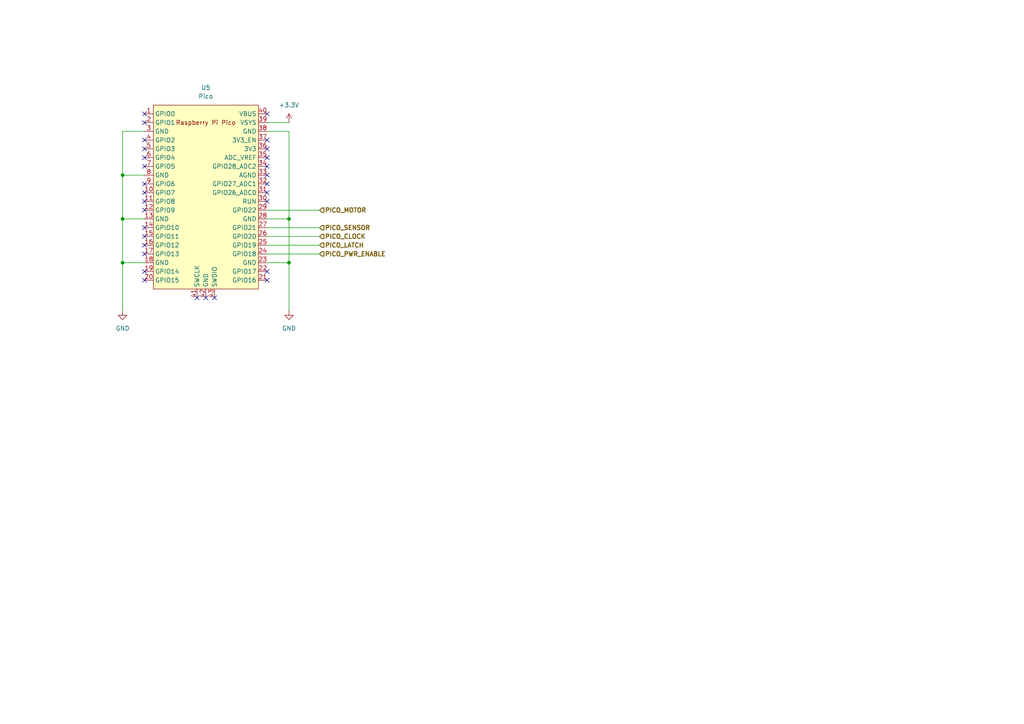
<source format=kicad_sch>
(kicad_sch (version 20211123) (generator eeschema)
  (paper "A4")
  (lib_symbols
    (symbol "MCU_RaspberryPi_and_Boards:Pico"
      (property "Reference" "U" (at -13.97 27.94 0))
      (property "Value" "Pico" (at 0 19.05 0))
      (symbol "Pico_0_0"
        (text "Raspberry Pi Pico" (at 0 21.59 0) (effects (font (size 1.27 1.27))))
      )
      (symbol "Pico_0_1"
        (rectangle (start -15.24 26.67) (end 15.24 -26.67) (fill (type background)))
      )
      (symbol "Pico_1_1"
        (pin bidirectional line (at -17.78 24.13 0) (length 2.54) (name "GPIO0") (number "1"))
        (pin bidirectional line (at -17.78 1.27 0) (length 2.54) (name "GPIO7") (number "10"))
        (pin bidirectional line (at -17.78 -1.27 0) (length 2.54) (name "GPIO8") (number "11"))
        (pin bidirectional line (at -17.78 -3.81 0) (length 2.54) (name "GPIO9") (number "12"))
        (pin power_in line (at -17.78 -6.35 0) (length 2.54) (name "GND") (number "13"))
        (pin bidirectional line (at -17.78 -8.89 0) (length 2.54) (name "GPIO10") (number "14"))
        (pin bidirectional line (at -17.78 -11.43 0) (length 2.54) (name "GPIO11") (number "15"))
        (pin bidirectional line (at -17.78 -13.97 0) (length 2.54) (name "GPIO12") (number "16"))
        (pin bidirectional line (at -17.78 -16.51 0) (length 2.54) (name "GPIO13") (number "17"))
        (pin power_in line (at -17.78 -19.05 0) (length 2.54) (name "GND") (number "18"))
        (pin bidirectional line (at -17.78 -21.59 0) (length 2.54) (name "GPIO14") (number "19"))
        (pin bidirectional line (at -17.78 21.59 0) (length 2.54) (name "GPIO1") (number "2"))
        (pin bidirectional line (at -17.78 -24.13 0) (length 2.54) (name "GPIO15") (number "20"))
        (pin bidirectional line (at 17.78 -24.13 180) (length 2.54) (name "GPIO16") (number "21"))
        (pin bidirectional line (at 17.78 -21.59 180) (length 2.54) (name "GPIO17") (number "22"))
        (pin power_in line (at 17.78 -19.05 180) (length 2.54) (name "GND") (number "23"))
        (pin bidirectional line (at 17.78 -16.51 180) (length 2.54) (name "GPIO18") (number "24"))
        (pin bidirectional line (at 17.78 -13.97 180) (length 2.54) (name "GPIO19") (number "25"))
        (pin bidirectional line (at 17.78 -11.43 180) (length 2.54) (name "GPIO20") (number "26"))
        (pin bidirectional line (at 17.78 -8.89 180) (length 2.54) (name "GPIO21") (number "27"))
        (pin power_in line (at 17.78 -6.35 180) (length 2.54) (name "GND") (number "28"))
        (pin bidirectional line (at 17.78 -3.81 180) (length 2.54) (name "GPIO22") (number "29"))
        (pin power_in line (at -17.78 19.05 0) (length 2.54) (name "GND") (number "3"))
        (pin input line (at 17.78 -1.27 180) (length 2.54) (name "RUN") (number "30"))
        (pin bidirectional line (at 17.78 1.27 180) (length 2.54) (name "GPIO26_ADC0") (number "31"))
        (pin bidirectional line (at 17.78 3.81 180) (length 2.54) (name "GPIO27_ADC1") (number "32"))
        (pin power_in line (at 17.78 6.35 180) (length 2.54) (name "AGND") (number "33"))
        (pin bidirectional line (at 17.78 8.89 180) (length 2.54) (name "GPIO28_ADC2") (number "34"))
        (pin power_in line (at 17.78 11.43 180) (length 2.54) (name "ADC_VREF") (number "35"))
        (pin power_in line (at 17.78 13.97 180) (length 2.54) (name "3V3") (number "36"))
        (pin input line (at 17.78 16.51 180) (length 2.54) (name "3V3_EN") (number "37"))
        (pin bidirectional line (at 17.78 19.05 180) (length 2.54) (name "GND") (number "38"))
        (pin power_in line (at 17.78 21.59 180) (length 2.54) (name "VSYS") (number "39"))
        (pin bidirectional line (at -17.78 16.51 0) (length 2.54) (name "GPIO2") (number "4"))
        (pin power_in line (at 17.78 24.13 180) (length 2.54) (name "VBUS") (number "40"))
        (pin input line (at -2.54 -29.21 90) (length 2.54) (name "SWCLK") (number "41"))
        (pin power_in line (at 0 -29.21 90) (length 2.54) (name "GND") (number "42"))
        (pin bidirectional line (at 2.54 -29.21 90) (length 2.54) (name "SWDIO") (number "43"))
        (pin bidirectional line (at -17.78 13.97 0) (length 2.54) (name "GPIO3") (number "5"))
        (pin bidirectional line (at -17.78 11.43 0) (length 2.54) (name "GPIO4") (number "6"))
        (pin bidirectional line (at -17.78 8.89 0) (length 2.54) (name "GPIO5") (number "7"))
        (pin power_in line (at -17.78 6.35 0) (length 2.54) (name "GND") (number "8"))
        (pin bidirectional line (at -17.78 3.81 0) (length 2.54) (name "GPIO6") (number "9"))
      )
    )
    (symbol "power:+3.3V" (power) (pin_names (offset 0))
      (property "Value" "+3.3V" (at 0 3.556 0))
      (symbol "+3.3V_0_1"
        (polyline (pts (xy -0.762 1.27) (xy 0 2.54)))
        (polyline (pts (xy 0 0) (xy 0 2.54)))
        (polyline (pts (xy 0 2.54) (xy 0.762 1.27)))
      )
      (symbol "+3.3V_1_1"
        (pin power_in line (at 0 0 90) (length 0) hide (name "+3.3V") (number "1"))
      )
    )
    (symbol "power:GND" (power) (pin_names (offset 0))
      (property "Value" "GND" (at 0 -3.81 0))
      (symbol "GND_0_1"
        (polyline (pts (xy 0 0) (xy 0 -1.27) (xy 1.27 -1.27) (xy 0 -2.54) (xy -1.27 -1.27) (xy 0 -1.27)))
      )
      (symbol "GND_1_1"
        (pin power_in line (at 0 0 270) (length 0) hide (name "GND") (number "1"))
      )
    )
  )
  (junction (at 35.56 50.8))
  (junction (at 83.82 76.2))
  (junction (at 83.82 63.5))
  (junction (at 35.56 76.2))
  (junction (at 35.56 63.5))
  (no_connect (at 77.47 43.18))
  (no_connect (at 77.47 45.72))
  (no_connect (at 41.91 33.02))
  (no_connect (at 41.91 53.34))
  (no_connect (at 41.91 45.72))
  (no_connect (at 41.91 40.64))
  (no_connect (at 77.47 55.88))
  (no_connect (at 41.91 66.04))
  (no_connect (at 41.91 60.96))
  (no_connect (at 41.91 68.58))
  (no_connect (at 41.91 81.28))
  (no_connect (at 41.91 35.56))
  (no_connect (at 41.91 73.66))
  (no_connect (at 77.47 40.64))
  (no_connect (at 62.23 86.36))
  (no_connect (at 41.91 43.18))
  (no_connect (at 77.47 48.26))
  (no_connect (at 41.91 58.42))
  (no_connect (at 41.91 71.12))
  (no_connect (at 77.47 33.02))
  (no_connect (at 77.47 78.74))
  (no_connect (at 57.15 86.36))
  (no_connect (at 41.91 48.26))
  (no_connect (at 77.47 50.8))
  (no_connect (at 77.47 81.28))
  (no_connect (at 41.91 78.74))
  (no_connect (at 59.69 86.36))
  (no_connect (at 77.47 53.34))
  (no_connect (at 77.47 58.42))
  (no_connect (at 41.91 55.88))
  (wire (pts (xy 35.56 38.1) (xy 35.56 50.8)))
  (wire (pts (xy 77.47 63.5) (xy 83.82 63.5)))
  (wire (pts (xy 35.56 76.2) (xy 35.56 90.17)))
  (wire (pts (xy 77.47 38.1) (xy 83.82 38.1)))
  (wire (pts (xy 35.56 63.5) (xy 41.91 63.5)))
  (wire (pts (xy 77.47 66.04) (xy 92.71 66.04)))
  (wire (pts (xy 77.47 76.2) (xy 83.82 76.2)))
  (wire (pts (xy 35.56 63.5) (xy 35.56 76.2)))
  (wire (pts (xy 35.56 50.8) (xy 41.91 50.8)))
  (wire (pts (xy 83.82 63.5) (xy 83.82 76.2)))
  (wire (pts (xy 77.47 35.56) (xy 83.82 35.56)))
  (wire (pts (xy 83.82 38.1) (xy 83.82 63.5)))
  (wire (pts (xy 83.82 76.2) (xy 83.82 90.17)))
  (wire (pts (xy 77.47 73.66) (xy 92.71 73.66)))
  (wire (pts (xy 35.56 50.8) (xy 35.56 63.5)))
  (wire (pts (xy 35.56 76.2) (xy 41.91 76.2)))
  (wire (pts (xy 77.47 60.96) (xy 92.71 60.96)))
  (wire (pts (xy 41.91 38.1) (xy 35.56 38.1)))
  (wire (pts (xy 77.47 71.12) (xy 92.71 71.12)))
  (wire (pts (xy 77.47 68.58) (xy 92.71 68.58)))
  (hierarchical_label "PICO_PWR_ENABLE" (shape input) (at 92.71 73.66 0) (effects (font bold)))
  (hierarchical_label "PICO_SENSOR" (shape input) (at 92.71 66.04 0) (effects (font bold)))
  (hierarchical_label "PICO_LATCH" (shape input) (at 92.71 71.12 0) (effects (font bold)))
  (hierarchical_label "PICO_CLOCK" (shape input) (at 92.71 68.58 0) (effects (font bold)))
  (hierarchical_label "PICO_MOTOR" (shape input) (at 92.71 60.96 0) (effects (font bold)))
  (symbol (lib_id "power:+3.3V") (at 83.82 35.56 0) (unit 1)
    (property "Reference" "#PWR017" (effects hide))
    (property "Value" "+3.3V" (at 83.82 30.48 0))
  )
  (symbol (lib_id "power:GND") (at 83.82 90.17 0) (unit 1)
    (property "Reference" "#PWR018" (effects hide))
    (property "Value" "GND" (at 83.82 95.25 0))
  )
  (symbol (lib_id "MCU_RaspberryPi_and_Boards:Pico") (at 59.69 57.15 0) (unit 1)
    (property "Reference" "U5" (at 59.69 25.4 0))
    (property "Value" "Pico" (at 59.69 27.94 0))
    (property "Footprint" "RPi_Pico:RPi_Pico_SMD_TH" (effects hide))
  )
  (symbol (lib_id "power:GND") (at 35.56 90.17 0) (unit 1)
    (property "Reference" "#PWR016" (effects hide))
    (property "Value" "GND" (at 35.56 95.25 0))
  )
)
</source>
